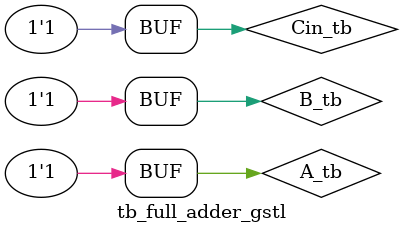
<source format=v>
`timescale 1ns / 1ps


module tb_full_adder_gstl(

    );
    reg A_tb, B_tb, Cin_tb;
    wire Sum_tb, Cout_tb;
    
    full_adder_gstl mod1(
    .A(A_tb),    
    .B(B_tb),
    .Cin(Cin_tb),
    .Sum(Sum_tb),
    .Cout(Cout_tb)
    );
    
    initial begin
        A_tb = 0;
        B_tb = 0;
        Cin_tb = 0;
        #10;
        A_tb = 0;
        B_tb = 0;
        Cin_tb = 1;
        #10;
        A_tb = 0;
        B_tb = 1;
        Cin_tb = 0;
        #10;
        A_tb = 0;
        B_tb = 1;
        Cin_tb = 1;
        #10;
        A_tb = 1;
        B_tb = 0;
        Cin_tb = 0;
        #10;
        A_tb = 1;
        B_tb = 0;
        Cin_tb = 1;
        #10;
        A_tb = 1;
        B_tb = 1;
        Cin_tb = 0;
        #10;
        A_tb = 1;
        B_tb = 1;
        Cin_tb = 1;
        #10;
    end
    
endmodule

</source>
